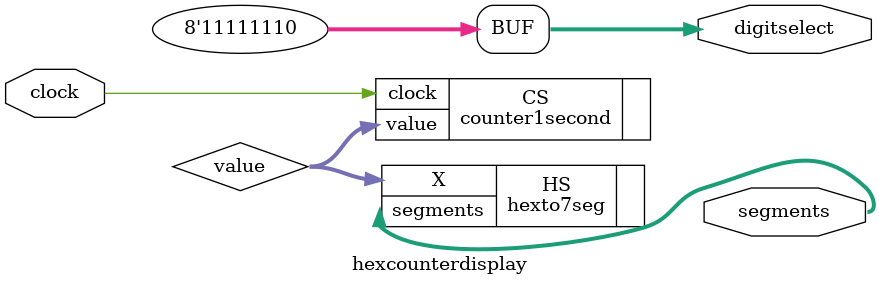
<source format=sv>
`timescale 1ns / 1ps
`default_nettype none


module hexcounterdisplay(
    input wire clock,
    output wire [7:0] digitselect,
    output wire [7:0] segments
    );
    
    wire [3:0] value;
    
    assign digitselect = ~(8'b 0000_0001);
    
    counter1second CS(.clock(clock), .value(value));
    hexto7seg HS(.X(value), .segments(segments));
    
endmodule

</source>
